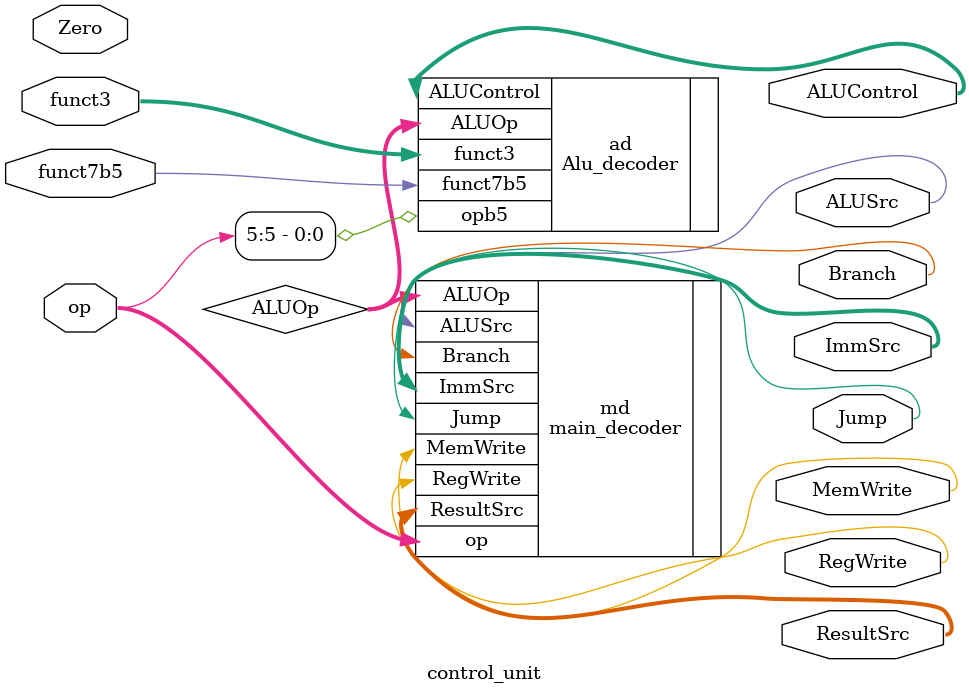
<source format=sv>
`timescale 1ns / 1ps

module control_unit(
    input  logic [6:0] op,        // Opcode from instruction
    input  logic       Zero,       // Zero flag from ALU (for branch decisions)
    input  logic [2:0] funct3,    // funct3 field from instruction
    input  logic       funct7b5,  // Bit 5 of funct7 field
    output logic       Branch,     // Branch control signal
    output logic       Jump,       // Jump control signal
    output logic [1:0] ResultSrc, // Result source selector (ALU / Memory / PC+4)
    output logic       MemWrite,   // Memory write enable
    output logic [1:0] ImmSrc,    // Immediate type selector
    output logic       RegWrite,   // Register write enable
    output logic       ALUSrc,     // ALU source select (register / immediate)
    output logic [2:0] ALUControl // ALU control signals
);

    // Intermediate ALUOp signals from main decoder to ALU decoder
    logic [1:0] ALUOp;

    // Instantiate ALU decoder to generate ALUControl signals
    Alu_decoder ad(
        .opb5(op[5]),
        .funct3(funct3),
        .funct7b5(funct7b5),
        .ALUOp(ALUOp),
        .ALUControl(ALUControl)
    );

    // Instantiate main decoder to generate primary control signals
    main_decoder md(
        .op(op),
        .RegWrite(RegWrite),
        .ResultSrc(ResultSrc),
        .ALUOp(ALUOp),
        .ImmSrc(ImmSrc),
        .ALUSrc(ALUSrc),
        .MemWrite(MemWrite),
        .Jump(Jump),
        .Branch(Branch)
    );

endmodule

</source>
